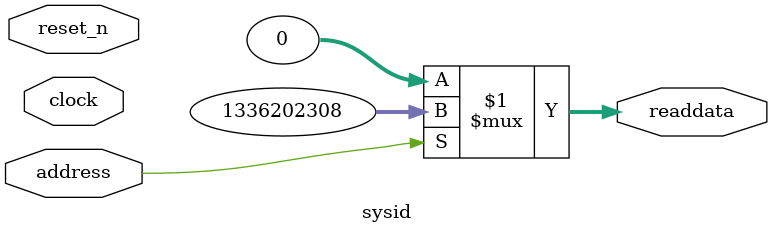
<source format=v>

`timescale 1ns / 1ps
// synthesis translate_on

// turn off superfluous verilog processor warnings 
// altera message_level Level1 
// altera message_off 10034 10035 10036 10037 10230 10240 10030 

module sysid (
               // inputs:
                address,
                clock,
                reset_n,

               // outputs:
                readdata
             )
;

  output  [ 31: 0] readdata;
  input            address;
  input            clock;
  input            reset_n;

  wire    [ 31: 0] readdata;
  //control_slave, which is an e_avalon_slave
  assign readdata = address ? 1336202308 : 0;

endmodule


</source>
